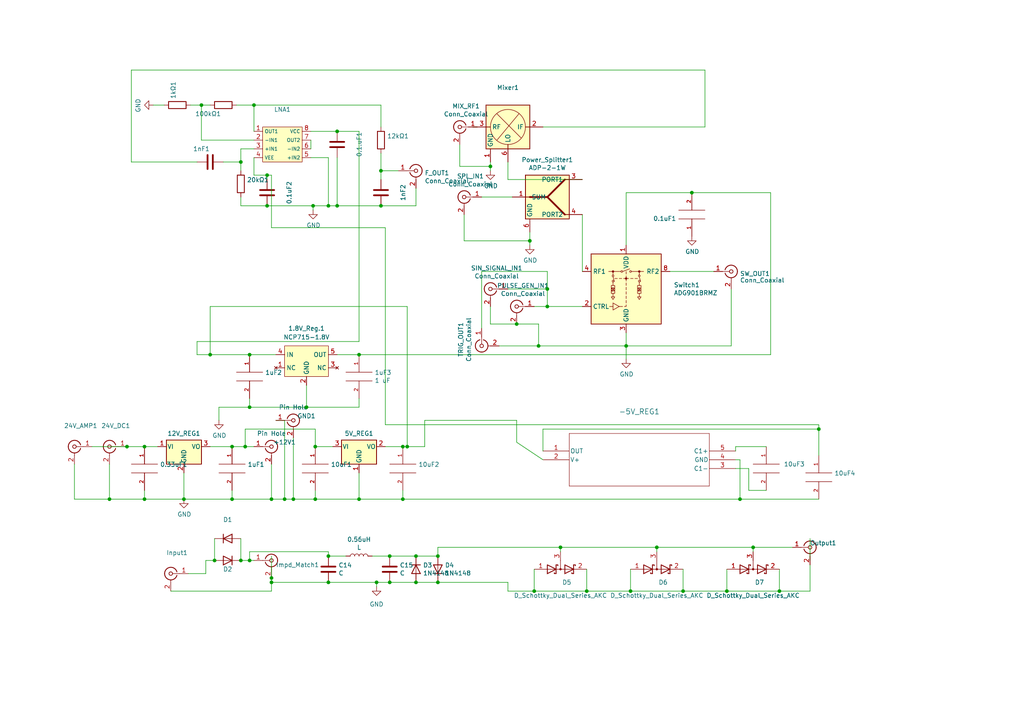
<source format=kicad_sch>
(kicad_sch (version 20230121) (generator eeschema)
  (paper "A4")
  (lib_symbols
    (symbol "2023-06-16_17-27-32:LM828M5" (pin_names (offset 0.254))
      (property "Reference" "U" (at 27.94 10.16 0))
      (property "Value" "LM828M5" (at 27.94 7.62 0))
      (symbol "LM828M5_0_1"
        (polyline (pts (xy 7.62 -10.16) (xy 48.26 -10.16)) (stroke (width 0.127)))
        (polyline (pts (xy 7.62 5.08) (xy 7.62 -10.16)) (stroke (width 0.127)))
        (polyline (pts (xy 48.26 -10.16) (xy 48.26 5.08)) (stroke (width 0.127)))
        (polyline (pts (xy 48.26 5.08) (xy 7.62 5.08)) (stroke (width 0.127)))
        (pin output line (at 0 0 0) (length 7.62) (name "OUT") (number "1"))
        (pin input line (at 0 -2.54 0) (length 7.62) (name "V+") (number "2"))
        (pin passive line (at 55.88 -5.08 180) (length 7.62) (name "C1-") (number "3"))
        (pin passive line (at 55.88 -2.54 180) (length 7.62) (name "GND") (number "4"))
        (pin passive line (at 55.88 0 180) (length 7.62) (name "C1+") (number "5"))
      )
    )
    (symbol "Connector:Conn_Coaxial" (pin_names (offset 1.016) hide)
      (property "Reference" "J" (at 0.254 3.048 0))
      (property "Value" "Conn_Coaxial" (at 2.921 0 90))
      (symbol "Conn_Coaxial_0_1"
        (arc (start -1.778 -0.508) (mid 0.222 -1.808) (end 1.778 0) (stroke (width 0.254)))
        (polyline (pts (xy -2.54 0) (xy -0.508 0)))
        (polyline (pts (xy 0 -2.54) (xy 0 -1.778)))
        (circle (center 0 0) (radius 0.508) (stroke (width 0.2032)))
        (arc (start 1.778 0) (mid 0.222 1.8083) (end -1.778 0.508) (stroke (width 0.254)))
      )
      (symbol "Conn_Coaxial_1_1"
        (pin passive line (at -5.08 0 0) (length 2.54) (name "In") (number "1"))
        (pin passive line (at 0 -5.08 90) (length 2.54) (name "Ext") (number "2"))
      )
    )
    (symbol "Device:C" (pin_numbers hide) (pin_names (offset 0.254))
      (property "Reference" "C" (at 0.635 2.54 0))
      (property "Value" "C" (at 0.635 -2.54 0))
      (symbol "C_0_1"
        (polyline (pts (xy -2.032 -0.762) (xy 2.032 -0.762)) (stroke (width 0.508)))
        (polyline (pts (xy -2.032 0.762) (xy 2.032 0.762)) (stroke (width 0.508)))
      )
      (symbol "C_1_1"
        (pin passive line (at 0 3.81 270) (length 2.794) (name "~") (number "1"))
        (pin passive line (at 0 -3.81 90) (length 2.794) (name "~") (number "2"))
      )
    )
    (symbol "Device:D_Schottky_Dual_Series_AKC" (pin_names (offset 0.762) hide)
      (property "Reference" "D" (at 1.27 -2.54 0))
      (property "Value" "D_Schottky_Dual_Series_AKC" (at 0 2.54 0))
      (symbol "D_Schottky_Dual_Series_AKC_0_1"
        (polyline (pts (xy -3.81 0) (xy 3.81 0)))
        (polyline (pts (xy 0 0) (xy 0 -2.54)))
        (polyline (pts (xy 6.35 0) (xy 7.62 0)))
        (polyline (pts (xy -1.27 -1.27) (xy -1.27 1.27) (xy -1.27 1.27)) (stroke (width 0.254)))
        (polyline (pts (xy 3.81 1.27) (xy 3.81 -1.27) (xy 3.81 -1.27)) (stroke (width 0.254)))
        (polyline (pts (xy -1.27 -1.27) (xy -0.762 -1.27) (xy -0.762 -1.016) (xy -0.762 -1.016)) (stroke (width 0.254)))
        (polyline (pts (xy 3.81 -1.27) (xy 4.318 -1.27) (xy 4.318 -1.016) (xy 4.318 -1.016)) (stroke (width 0.254)))
        (polyline (pts (xy 3.81 1.27) (xy 3.302 1.27) (xy 3.302 1.016) (xy 3.302 1.016)) (stroke (width 0.254)))
        (polyline (pts (xy -1.778 1.016) (xy -1.778 1.27) (xy -1.27 1.27) (xy -1.27 1.27) (xy -1.27 1.27)) (stroke (width 0.254)))
        (polyline (pts (xy -3.81 1.27) (xy -1.27 0) (xy -3.81 -1.27) (xy -3.81 1.27) (xy -3.81 1.27) (xy -3.81 1.27)) (stroke (width 0.254)))
        (polyline (pts (xy 1.27 1.27) (xy 3.81 0) (xy 1.27 -1.27) (xy 1.27 1.27) (xy 1.27 1.27) (xy 1.27 1.27)) (stroke (width 0.254)))
        (circle (center 0 0) (radius 0.254) (fill (type outline)))
        (pin passive line (at -7.62 0 0) (length 3.81) (name "A") (number "1"))
        (pin passive line (at 7.62 0 180) (length 3.81) (name "K") (number "2"))
        (pin passive line (at 0 -5.08 90) (length 2.54) (name "common") (number "3"))
      )
    )
    (symbol "Device:L" (pin_numbers hide) (pin_names (offset 1.016) hide)
      (property "Reference" "L" (at -1.27 0 90))
      (property "Value" "L" (at 1.905 0 90))
      (symbol "L_0_1"
        (arc (start 0 -2.54) (mid 0.6323 -1.905) (end 0 -1.27))
        (arc (start 0 -1.27) (mid 0.6323 -0.635) (end 0 0))
        (arc (start 0 0) (mid 0.6323 0.635) (end 0 1.27))
        (arc (start 0 1.27) (mid 0.6323 1.905) (end 0 2.54))
      )
      (symbol "L_1_1"
        (pin passive line (at 0 3.81 270) (length 1.27) (name "1") (number "1"))
        (pin passive line (at 0 -3.81 90) (length 1.27) (name "2") (number "2"))
      )
    )
    (symbol "Device:R" (pin_numbers hide) (pin_names (offset 0))
      (property "Reference" "R" (at 2.032 0 90))
      (property "Value" "R" (at 0 0 90))
      (symbol "R_0_1"
        (rectangle (start -1.016 -2.54) (end 1.016 2.54) (stroke (width 0.254)))
      )
      (symbol "R_1_1"
        (pin passive line (at 0 3.81 270) (length 1.27) (name "~") (number "1"))
        (pin passive line (at 0 -3.81 90) (length 1.27) (name "~") (number "2"))
      )
    )
    (symbol "Diode:1N4148" (pin_numbers hide) (pin_names hide)
      (property "Reference" "D" (at 0 2.54 0))
      (property "Value" "1N4148" (at 0 -2.54 0))
      (symbol "1N4148_0_1"
        (polyline (pts (xy -1.27 1.27) (xy -1.27 -1.27)) (stroke (width 0.254)))
        (polyline (pts (xy 1.27 0) (xy -1.27 0)))
        (polyline (pts (xy 1.27 1.27) (xy 1.27 -1.27) (xy -1.27 0) (xy 1.27 1.27)) (stroke (width 0.254)))
      )
      (symbol "1N4148_1_1"
        (pin passive line (at -3.81 0 0) (length 2.54) (name "K") (number "1"))
        (pin passive line (at 3.81 0 180) (length 2.54) (name "A") (number "2"))
      )
    )
    (symbol "GND_1" (power) (pin_names (offset 0))
      (property "Value" "GND_1" (at 0 -3.81 0))
      (symbol "GND_1_0_1"
        (polyline (pts (xy 0 0) (xy 0 -1.27) (xy 1.27 -1.27) (xy 0 -2.54) (xy -1.27 -1.27) (xy 0 -1.27)))
      )
      (symbol "GND_1_1_1"
        (pin power_in line (at 0 0 270) (length 0) hide (name "GND") (number "1"))
      )
    )
    (symbol "LM4565 Operational Amplifier:LM4565"
      (property "Reference" "U" (at 0 -6.35 0))
      (property "Value" "LM4565" (at 0 6.35 0))
      (symbol "LM4565_0_1"
        (rectangle (start -6.35 5.08) (end 5.08 -5.08) (fill (type background)))
      )
      (symbol "LM4565_1_1"
        (pin output line (at -8.89 3.81 0) (length 2.54) (name "OUT1") (number "1"))
        (pin input line (at -8.89 1.27 0) (length 2.54) (name "-IN1") (number "2"))
        (pin input line (at -8.89 -1.27 0) (length 2.54) (name "+IN1") (number "3"))
        (pin power_in line (at -8.89 -3.81 0) (length 2.54) (name "VEE") (number "4"))
        (pin input line (at 7.62 -3.81 180) (length 2.54) (name "+IN2") (number "5"))
        (pin input line (at 7.62 -1.27 180) (length 2.54) (name "-IN2") (number "6"))
        (pin output line (at 7.62 1.27 180) (length 2.54) (name "OUT2") (number "7"))
        (pin power_in line (at 7.62 3.81 180) (length 2.54) (name "VCC") (number "8"))
      )
    )
    (symbol "NCP715:NCP715-1.8V"
      (property "Reference" "U" (at -5.08 -6.35 0))
      (property "Value" "NCP715-1.8V" (at 0 7.62 0))
      (symbol "NCP715-1.8V_0_1"
        (rectangle (start -6.35 5.08) (end 6.35 -3.81) (fill (type background)))
      )
      (symbol "NCP715-1.8V_1_1"
        (pin no_connect line (at -8.89 -1.27 0) (length 2.54) (name "NC") (number "1"))
        (pin power_in line (at 0 -6.35 90) (length 2.54) (name "GND") (number "2"))
        (pin no_connect line (at 8.89 -1.27 180) (length 2.54) (name "NC") (number "3"))
        (pin power_in line (at -8.89 2.54 0) (length 2.54) (name "IN") (number "4"))
        (pin power_out line (at 8.89 2.54 180) (length 2.54) (name "OUT") (number "5"))
      )
    )
    (symbol "RF:ADP-2-1W"
      (property "Reference" "U" (at -6.35 7.62 0))
      (property "Value" "ADP-2-1W" (at 6.35 7.62 0))
      (symbol "ADP-2-1W_0_1"
        (rectangle (start -6.35 6.35) (end 6.35 -6.35) (stroke (width 0.254)) (fill (type background)))
        (polyline (pts (xy 0 0) (xy 5.08 -5.08)) (stroke (width 0.508)))
        (polyline (pts (xy -5.08 0) (xy 0 0) (xy 5.08 5.08)) (stroke (width 0.508)))
      )
      (symbol "ADP-2-1W_1_1"
        (pin passive line (at -10.16 0 0) (length 5.08) (name "SUM") (number "1"))
        (pin no_connect line (at 5.08 2.54 180) (length 5.08) hide (name "NC") (number "2"))
        (pin passive line (at 10.16 5.08 180) (length 5.08) (name "PORT1") (number "3"))
        (pin passive line (at 10.16 -5.08 180) (length 5.08) (name "PORT2") (number "4"))
        (pin no_connect line (at 5.08 -2.54 180) (length 5.08) hide (name "NC") (number "5"))
        (pin passive line (at -5.08 -10.16 90) (length 3.81) (name "GND") (number "6"))
      )
    )
    (symbol "RF_Mixer:ADE-6"
      (property "Reference" "U" (at -6.35 7.62 0))
      (property "Value" "ADE-6" (at 6.35 7.62 0))
      (symbol "ADE-6_0_1"
        (rectangle (start -6.35 6.35) (end 6.35 -6.35) (stroke (width 0.254)) (fill (type background)))
        (polyline (pts (xy -3.175 -3.81) (xy 3.175 3.81)))
        (polyline (pts (xy 3.81 -3.175) (xy -3.175 3.81)))
        (circle (center 0 0) (radius 5.08))
      )
      (symbol "ADE-6_1_1"
        (pin power_in line (at -5.08 -10.16 90) (length 3.81) (name "GND") (number "1"))
        (pin output line (at 10.16 0 180) (length 5.08) (name "IF") (number "2"))
        (pin input line (at -10.16 0 0) (length 5.08) (name "RF") (number "3"))
        (pin passive line (at -5.08 -10.16 90) (length 3.81) hide (name "GND") (number "4"))
        (pin passive line (at -5.08 -10.16 90) (length 3.81) hide (name "GND") (number "5"))
        (pin input line (at 0 -10.16 90) (length 5.08) (name "LO") (number "6"))
      )
    )
    (symbol "RF_Switch:ADG901BRMZ"
      (property "Reference" "U" (at -10.16 11.43 0))
      (property "Value" "ADG901BRMZ" (at 1.27 11.43 0))
      (symbol "ADG901BRMZ_0_0"
        (rectangle (start -10.16 10.16) (end 10.16 -10.16) (stroke (width 0.254)) (fill (type background)))
        (polyline (pts (xy -4.826 -5.08) (xy -3.81 -5.08)))
        (polyline (pts (xy -2.54 3.048) (xy -3.302 3.048)))
        (polyline (pts (xy -2.032 3.048) (xy -1.27 3.048)))
        (polyline (pts (xy -1.016 -5.08) (xy -2.032 -5.08)))
        (polyline (pts (xy 0 -3.302) (xy 0 -4.064)))
        (polyline (pts (xy 0 -2.032) (xy 0 -2.794)))
        (polyline (pts (xy 0 -0.762) (xy 0 -1.524)))
        (polyline (pts (xy 0 0.508) (xy 0 -0.254)))
        (polyline (pts (xy 0 1.778) (xy 0 1.016)))
        (polyline (pts (xy 0 3.048) (xy -0.762 3.048)))
        (polyline (pts (xy 0 3.048) (xy 0 2.286)))
        (polyline (pts (xy 0 3.048) (xy 0 3.81)))
        (polyline (pts (xy 0 3.048) (xy 0.762 3.048)))
        (polyline (pts (xy 0 4.318) (xy 0 5.08)))
        (polyline (pts (xy 1.27 3.048) (xy 2.032 3.048)))
        (polyline (pts (xy 2.54 3.048) (xy 3.302 3.048)))
        (polyline (pts (xy 0 -4.572) (xy 0 -5.08) (xy -0.508 -5.08)))
        (polyline (pts (xy -3.81 -4.064) (xy -3.81 -6.096) (xy -2.032 -5.08) (xy -3.81 -4.064)))
        (circle (center 0 3.048) (radius 0.254) (fill (type outline)))
        (text "50" (at -3.81 -0.127 900) (effects (font (size 0.635 0.635))))
        (text "50" (at 3.81 -0.127 900) (effects (font (size 0.635 0.635))))
      )
      (symbol "ADG901BRMZ_0_1"
        (rectangle (start -4.318 1.016) (end -3.302 -1.27))
        (circle (center -3.81 2.286) (radius 0.254))
        (circle (center -3.81 3.81) (radius 0.254))
        (circle (center -3.81 5.08) (radius 0.254) (fill (type outline)))
        (circle (center -1.27 5.08) (radius 0.254))
        (polyline (pts (xy -5.08 5.08) (xy -1.524 5.08)))
        (polyline (pts (xy -3.81 2.032) (xy -3.81 1.016)))
        (polyline (pts (xy -3.81 3.556) (xy -3.429 2.159)))
        (polyline (pts (xy -3.81 5.08) (xy -3.81 4.064)))
        (polyline (pts (xy -1.016 5.08) (xy 1.016 5.842)))
        (polyline (pts (xy 1.524 5.08) (xy 5.08 5.08)))
        (polyline (pts (xy 3.81 2.032) (xy 3.81 1.016)))
        (polyline (pts (xy 3.81 3.556) (xy 4.191 2.159)))
        (polyline (pts (xy 3.81 5.08) (xy 3.81 4.064)))
        (polyline (pts (xy -3.81 -1.27) (xy -3.81 -2.286) (xy -4.318 -2.286) (xy -3.81 -3.048) (xy -3.302 -2.286) (xy -3.81 -2.286)))
        (polyline (pts (xy 3.81 -1.27) (xy 3.81 -2.286) (xy 3.302 -2.286) (xy 3.81 -3.048) (xy 4.318 -2.286) (xy 3.81 -2.286)))
        (circle (center 1.27 5.08) (radius 0.254))
        (rectangle (start 3.302 1.016) (end 4.318 -1.27))
        (circle (center 3.81 2.286) (radius 0.254))
        (circle (center 3.81 3.81) (radius 0.254))
        (circle (center 3.81 5.08) (radius 0.254) (fill (type outline)))
      )
      (symbol "ADG901BRMZ_1_1"
        (pin power_in line (at 0 12.7 270) (length 2.54) (name "VDD") (number "1"))
        (pin input line (at -12.7 -5.08 0) (length 2.54) (name "CTRL") (number "2"))
        (pin power_in line (at 0 -12.7 90) (length 2.54) (name "GND") (number "3"))
        (pin passive line (at -12.7 5.08 0) (length 2.54) (name "RF1") (number "4"))
        (pin passive line (at 0 -12.7 90) (length 2.54) hide (name "GND") (number "5"))
        (pin passive line (at 0 -12.7 90) (length 2.54) hide (name "GND") (number "6"))
        (pin passive line (at 0 -12.7 90) (length 2.54) hide (name "GND") (number "7"))
        (pin passive line (at 12.7 5.08 180) (length 2.54) (name "RF2") (number "8"))
      )
    )
    (symbol "Regulator_Linear:LM7812_TO220" (pin_names (offset 0.254))
      (property "Reference" "U" (at -3.81 3.175 0))
      (property "Value" "LM7812_TO220" (at 0 3.175 0))
      (symbol "LM7812_TO220_0_1"
        (rectangle (start -5.08 1.905) (end 5.08 -5.08) (stroke (width 0.254)) (fill (type background)))
      )
      (symbol "LM7812_TO220_1_1"
        (pin power_in line (at -7.62 0 0) (length 2.54) (name "VI") (number "1"))
        (pin power_in line (at 0 -7.62 90) (length 2.54) (name "GND") (number "2"))
        (pin power_out line (at 7.62 0 180) (length 2.54) (name "VO") (number "3"))
      )
    )
    (symbol "Regulator_Linear:NCP1117-5.0_TO252" (pin_names (offset 0.254))
      (property "Reference" "U" (at -3.81 3.175 0))
      (property "Value" "NCP1117-5.0_TO252" (at 0 3.175 0))
      (symbol "NCP1117-5.0_TO252_0_1"
        (rectangle (start -5.08 1.905) (end 5.08 -5.08) (stroke (width 0.254)) (fill (type background)))
      )
      (symbol "NCP1117-5.0_TO252_1_1"
        (pin power_in line (at 0 -7.62 90) (length 2.54) (name "GND") (number "1"))
        (pin power_out line (at 7.62 0 180) (length 2.54) (name "VO") (number "2"))
        (pin power_in line (at -7.62 0 0) (length 2.54) (name "VI") (number "3"))
      )
    )
    (symbol "power:GND" (power) (pin_names (offset 0))
      (property "Value" "GND" (at 0 -3.81 0))
      (symbol "GND_0_1"
        (polyline (pts (xy 0 0) (xy 0 -1.27) (xy 1.27 -1.27) (xy 0 -2.54) (xy -1.27 -1.27) (xy 0 -1.27)))
      )
      (symbol "GND_1_1"
        (pin power_in line (at 0 0 270) (length 0) hide (name "GND") (number "1"))
      )
    )
    (symbol "pspice:C" (pin_names (offset 0.254))
      (property "Reference" "C" (at 2.54 3.81 90))
      (property "Value" "C" (at 2.54 -3.81 90))
      (symbol "C_0_1"
        (polyline (pts (xy -3.81 -1.27) (xy 3.81 -1.27)))
        (polyline (pts (xy -3.81 1.27) (xy 3.81 1.27)))
      )
      (symbol "C_1_1"
        (pin passive line (at 0 6.35 270) (length 5.08) (name "~") (number "1"))
        (pin passive line (at 0 -6.35 90) (length 5.08) (name "~") (number "2"))
      )
    )
  )
  (junction (at 190.5 158.75))
  (junction (at 182.88 171.45))
  (junction (at 170.18 171.45))
  (junction (at 72.39 102.87))
  (junction (at 88.9 118.11))
  (junction (at 71.12 129.54))
  (junction (at 73.66 30.48))
  (junction (at 91.44 144.78))
  (junction (at 127 161.29))
  (junction (at 78.74 168.91))
  (junction (at 116.84 129.54))
  (junction (at 113.03 161.29))
  (junction (at 77.47 59.69))
  (junction (at 154.94 171.45))
  (junction (at 113.03 168.91))
  (junction (at 95.25 168.91))
  (junction (at 41.91 144.78))
  (junction (at 110.49 49.53))
  (junction (at 116.84 144.78))
  (junction (at 95.25 161.29))
  (junction (at 237.49 124.46))
  (junction (at 158.75 83.82))
  (junction (at 156.21 100.33))
  (junction (at 120.65 161.29))
  (junction (at 109.22 168.91))
  (junction (at 214.63 144.78))
  (junction (at 158.75 88.9))
  (junction (at 58.42 30.48))
  (junction (at 97.79 59.69))
  (junction (at 127 168.91))
  (junction (at 60.96 102.87))
  (junction (at 91.44 129.54))
  (junction (at 110.49 59.69))
  (junction (at 90.805 59.69))
  (junction (at 118.11 129.54))
  (junction (at 82.55 144.78))
  (junction (at 226.06 171.45))
  (junction (at 77.47 50.8))
  (junction (at 200.66 55.88))
  (junction (at 67.31 129.54))
  (junction (at 210.82 171.45))
  (junction (at 53.34 144.78))
  (junction (at 104.14 144.78))
  (junction (at 78.74 167.64))
  (junction (at 69.85 46.99))
  (junction (at 162.56 158.75))
  (junction (at 120.65 168.91))
  (junction (at 153.67 69.85))
  (junction (at 95.25 59.69))
  (junction (at 62.23 162.56))
  (junction (at 36.83 129.54))
  (junction (at 142.24 48.26))
  (junction (at 218.44 158.75))
  (junction (at 67.31 144.78))
  (junction (at 97.79 38.1))
  (junction (at 31.75 144.78))
  (junction (at 69.85 162.56))
  (junction (at 198.12 171.45))
  (junction (at 149.86 93.98))
  (junction (at 181.61 100.33))
  (junction (at 85.09 144.78))
  (junction (at 78.74 144.78))
  (junction (at 104.14 102.87))
  (junction (at 72.39 118.11))
  (junction (at 72.39 162.56))
  (junction (at 41.91 129.54))
  (wire (pts (xy 153.67 69.85) (xy 153.67 71.12)))
  (wire (pts (xy 142.24 48.26) (xy 142.24 49.53)))
  (wire (pts (xy 139.7 95.25) (xy 139.7 78.74)))
  (wire (pts (xy 80.01 121.92) (xy 82.55 121.92)))
  (wire (pts (xy 82.55 144.78) (xy 85.09 144.78)))
  (wire (pts (xy 88.9 118.11) (xy 104.14 118.11)))
  (wire (pts (xy 110.49 49.53) (xy 110.49 52.07)))
  (wire (pts (xy 170.18 165.1) (xy 170.18 171.45)))
  (wire (pts (xy 67.31 129.54) (xy 71.12 129.54)))
  (wire (pts (xy 78.74 66.04) (xy 78.74 50.8)))
  (wire (pts (xy 59.69 162.56) (xy 62.23 162.56)))
  (wire (pts (xy 213.36 135.89) (xy 217.17 135.89)))
  (wire (pts (xy 58.42 30.48) (xy 55.245 30.48)))
  (wire (pts (xy 212.09 83.82) (xy 212.09 100.33)))
  (wire (pts (xy 60.96 102.87) (xy 72.39 102.87)))
  (wire (pts (xy 168.91 88.9) (xy 158.75 88.9)))
  (wire (pts (xy 97.79 38.1) (xy 104.14 38.1)))
  (wire (pts (xy 69.85 156.21) (xy 69.85 162.56)))
  (wire (pts (xy 147.32 168.91) (xy 147.32 171.45)))
  (wire (pts (xy 162.56 158.75) (xy 162.56 160.02)))
  (wire (pts (xy 69.85 162.56) (xy 72.39 162.56)))
  (wire (pts (xy 118.11 129.54) (xy 118.11 88.9)))
  (wire (pts (xy 234.95 163.83) (xy 234.95 171.45)))
  (wire (pts (xy 210.82 171.45) (xy 198.12 171.45)))
  (wire (pts (xy 72.39 102.87) (xy 80.01 102.87)))
  (wire (pts (xy 182.88 171.45) (xy 198.12 171.45)))
  (wire (pts (xy 53.34 144.78) (xy 41.91 144.78)))
  (wire (pts (xy 181.61 96.52) (xy 181.61 100.33)))
  (wire (pts (xy 60.96 30.48) (xy 58.42 30.48)))
  (wire (pts (xy 58.42 40.64) (xy 58.42 30.48)))
  (wire (pts (xy 77.47 50.8) (xy 73.66 50.8)))
  (wire (pts (xy 213.36 129.54) (xy 213.36 130.81)))
  (wire (pts (xy 72.39 115.57) (xy 72.39 118.11)))
  (wire (pts (xy 85.09 144.78) (xy 91.44 144.78)))
  (wire (pts (xy 38.1 46.99) (xy 57.15 46.99)))
  (wire (pts (xy 104.14 99.06) (xy 57.15 99.06)))
  (wire (pts (xy 158.75 78.74) (xy 158.75 83.82)))
  (wire (pts (xy 90.17 45.72) (xy 95.25 45.72)))
  (wire (pts (xy 142.24 88.9) (xy 142.24 93.98)))
  (wire (pts (xy 223.52 55.88) (xy 223.52 102.87)))
  (wire (pts (xy 218.44 158.75) (xy 218.44 160.02)))
  (wire (pts (xy 63.5 118.11) (xy 63.5 121.92)))
  (wire (pts (xy 90.805 59.69) (xy 95.25 59.69)))
  (wire (pts (xy 78.74 167.64) (xy 78.74 168.91)))
  (wire (pts (xy 133.35 48.26) (xy 142.24 48.26)))
  (wire (pts (xy 91.44 129.54) (xy 96.52 129.54)))
  (wire (pts (xy 78.74 144.78) (xy 82.55 144.78)))
  (wire (pts (xy 73.66 38.1) (xy 73.66 30.48)))
  (wire (pts (xy 156.21 100.33) (xy 181.61 100.33)))
  (wire (pts (xy 139.7 78.74) (xy 158.75 78.74)))
  (wire (pts (xy 157.48 130.81) (xy 157.48 124.46)))
  (wire (pts (xy 97.79 59.69) (xy 110.49 59.69)))
  (wire (pts (xy 162.56 158.75) (xy 127 158.75)))
  (wire (pts (xy 158.75 83.82) (xy 147.32 83.82)))
  (wire (pts (xy 73.66 40.64) (xy 58.42 40.64)))
  (wire (pts (xy 36.83 129.54) (xy 41.91 129.54)))
  (wire (pts (xy 64.77 46.99) (xy 69.85 46.99)))
  (wire (pts (xy 60.96 88.9) (xy 60.96 102.87)))
  (wire (pts (xy 72.39 160.02) (xy 95.25 160.02)))
  (wire (pts (xy 53.34 137.16) (xy 53.34 144.78)))
  (wire (pts (xy 157.48 124.46) (xy 237.49 124.46)))
  (wire (pts (xy 147.32 46.99) (xy 147.32 52.07)))
  (wire (pts (xy 237.49 124.46) (xy 237.49 132.08)))
  (wire (pts (xy 78.74 144.78) (xy 67.31 144.78)))
  (wire (pts (xy 120.65 59.69) (xy 110.49 59.69)))
  (wire (pts (xy 77.47 59.69) (xy 90.805 59.69)))
  (wire (pts (xy 73.66 43.18) (xy 69.85 43.18)))
  (wire (pts (xy 127 158.75) (xy 127 161.29)))
  (wire (pts (xy 226.06 165.1) (xy 226.06 171.45)))
  (wire (pts (xy 49.53 171.45) (xy 78.74 171.45)))
  (wire (pts (xy 156.21 93.98) (xy 156.21 100.33)))
  (wire (pts (xy 111.76 123.19) (xy 237.49 123.19)))
  (wire (pts (xy 190.5 158.75) (xy 190.5 160.02)))
  (wire (pts (xy 104.14 38.1) (xy 104.14 99.06)))
  (wire (pts (xy 82.55 121.92) (xy 82.55 144.78)))
  (wire (pts (xy 78.74 168.91) (xy 78.74 171.45)))
  (wire (pts (xy 149.86 121.92) (xy 123.19 121.92)))
  (wire (pts (xy 95.25 160.02) (xy 95.25 161.29)))
  (wire (pts (xy 223.52 102.87) (xy 104.14 102.87)))
  (wire (pts (xy 234.95 162.56) (xy 234.95 156.21)))
  (wire (pts (xy 47.625 30.48) (xy 44.45 30.48)))
  (wire (pts (xy 157.48 133.35) (xy 149.86 128.27)))
  (wire (pts (xy 111.76 66.04) (xy 78.74 66.04)))
  (wire (pts (xy 118.11 88.9) (xy 60.96 88.9)))
  (wire (pts (xy 72.39 162.56) (xy 73.66 162.56)))
  (wire (pts (xy 142.24 46.99) (xy 142.24 48.26)))
  (wire (pts (xy 59.69 166.37) (xy 59.69 162.56)))
  (wire (pts (xy 91.44 144.78) (xy 104.14 144.78)))
  (wire (pts (xy 78.74 50.8) (xy 77.47 50.8)))
  (wire (pts (xy 182.88 171.45) (xy 170.18 171.45)))
  (wire (pts (xy 118.11 129.54) (xy 123.19 129.54)))
  (wire (pts (xy 204.47 20.32) (xy 38.1 20.32)))
  (wire (pts (xy 210.82 165.1) (xy 210.82 171.45)))
  (wire (pts (xy 104.14 144.78) (xy 116.84 144.78)))
  (wire (pts (xy 157.48 36.83) (xy 204.47 36.83)))
  (wire (pts (xy 154.94 165.1) (xy 154.94 171.45)))
  (wire (pts (xy 71.12 129.54) (xy 73.66 129.54)))
  (wire (pts (xy 57.15 99.06) (xy 57.15 102.87)))
  (wire (pts (xy 91.44 144.78) (xy 91.44 142.24)))
  (wire (pts (xy 237.49 123.19) (xy 237.49 124.46)))
  (wire (pts (xy 168.91 62.23) (xy 168.91 78.74)))
  (wire (pts (xy 91.44 124.46) (xy 91.44 129.54)))
  (wire (pts (xy 72.39 118.11) (xy 88.9 118.11)))
  (wire (pts (xy 71.12 129.54) (xy 71.12 124.46)))
  (wire (pts (xy 60.96 129.54) (xy 67.31 129.54)))
  (wire (pts (xy 113.03 161.29) (xy 120.65 161.29)))
  (wire (pts (xy 116.84 142.24) (xy 116.84 144.78)))
  (wire (pts (xy 85.09 127) (xy 85.09 144.78)))
  (wire (pts (xy 113.03 168.91) (xy 120.65 168.91)))
  (wire (pts (xy 139.7 57.15) (xy 148.59 57.15)))
  (wire (pts (xy 21.59 144.78) (xy 31.75 144.78)))
  (wire (pts (xy 181.61 71.12) (xy 181.61 55.88)))
  (wire (pts (xy 134.62 69.85) (xy 153.67 69.85)))
  (wire (pts (xy 109.22 168.91) (xy 113.03 168.91)))
  (wire (pts (xy 38.1 46.99) (xy 38.1 20.32)))
  (wire (pts (xy 149.86 93.98) (xy 156.21 93.98)))
  (wire (pts (xy 210.82 171.45) (xy 226.06 171.45)))
  (wire (pts (xy 123.19 121.92) (xy 123.19 129.54)))
  (wire (pts (xy 198.12 165.1) (xy 198.12 171.45)))
  (wire (pts (xy 200.66 55.88) (xy 223.52 55.88)))
  (wire (pts (xy 214.63 144.78) (xy 237.49 144.78)))
  (wire (pts (xy 182.88 165.1) (xy 182.88 171.45)))
  (wire (pts (xy 214.63 133.35) (xy 214.63 144.78)))
  (wire (pts (xy 154.94 88.9) (xy 158.75 88.9)))
  (wire (pts (xy 111.76 129.54) (xy 116.84 129.54)))
  (wire (pts (xy 69.85 43.18) (xy 69.85 46.99)))
  (wire (pts (xy 21.59 134.62) (xy 21.59 144.78)))
  (wire (pts (xy 78.74 134.62) (xy 78.74 144.78)))
  (wire (pts (xy 229.87 158.75) (xy 218.44 158.75)))
  (wire (pts (xy 67.31 142.24) (xy 67.31 144.78)))
  (wire (pts (xy 68.58 30.48) (xy 73.66 30.48)))
  (wire (pts (xy 234.95 171.45) (xy 226.06 171.45)))
  (wire (pts (xy 222.25 142.24) (xy 217.17 142.24)))
  (wire (pts (xy 116.84 144.78) (xy 214.63 144.78)))
  (wire (pts (xy 97.79 45.72) (xy 97.79 59.69)))
  (wire (pts (xy 120.65 161.29) (xy 127 161.29)))
  (wire (pts (xy 95.25 59.69) (xy 97.79 59.69)))
  (wire (pts (xy 69.85 46.99) (xy 69.85 49.53)))
  (wire (pts (xy 181.61 100.33) (xy 181.61 104.14)))
  (wire (pts (xy 153.67 67.31) (xy 153.67 69.85)))
  (wire (pts (xy 127 168.91) (xy 147.32 168.91)))
  (wire (pts (xy 97.79 102.87) (xy 104.14 102.87)))
  (wire (pts (xy 67.31 144.78) (xy 53.34 144.78)))
  (wire (pts (xy 142.24 93.98) (xy 149.86 93.98)))
  (wire (pts (xy 190.5 158.75) (xy 162.56 158.75)))
  (wire (pts (xy 218.44 158.75) (xy 190.5 158.75)))
  (wire (pts (xy 158.75 88.9) (xy 158.75 83.82)))
  (wire (pts (xy 26.67 129.54) (xy 36.83 129.54)))
  (wire (pts (xy 57.15 102.87) (xy 60.96 102.87)))
  (wire (pts (xy 110.49 49.53) (xy 115.57 49.53)))
  (wire (pts (xy 138.43 36.83) (xy 137.16 36.83)))
  (wire (pts (xy 71.12 124.46) (xy 91.44 124.46)))
  (wire (pts (xy 120.65 54.61) (xy 120.65 59.69)))
  (wire (pts (xy 73.66 50.8) (xy 73.66 45.72)))
  (wire (pts (xy 144.78 100.33) (xy 156.21 100.33)))
  (wire (pts (xy 95.25 45.72) (xy 95.25 59.69)))
  (wire (pts (xy 154.94 171.45) (xy 147.32 171.45)))
  (wire (pts (xy 95.25 168.91) (xy 109.22 168.91)))
  (wire (pts (xy 194.31 78.74) (xy 207.01 78.74)))
  (wire (pts (xy 107.95 161.29) (xy 113.03 161.29)))
  (wire (pts (xy 120.65 168.91) (xy 127 168.91)))
  (wire (pts (xy 100.33 161.29) (xy 95.25 161.29)))
  (wire (pts (xy 90.17 38.1) (xy 97.79 38.1)))
  (wire (pts (xy 90.17 40.64) (xy 90.17 43.18)))
  (wire (pts (xy 204.47 36.83) (xy 204.47 20.32)))
  (wire (pts (xy 170.18 171.45) (xy 154.94 171.45)))
  (wire (pts (xy 63.5 118.11) (xy 72.39 118.11)))
  (wire (pts (xy 54.61 166.37) (xy 59.69 166.37)))
  (wire (pts (xy 217.17 135.89) (xy 217.17 142.24)))
  (wire (pts (xy 78.74 161.29) (xy 78.74 167.64)))
  (wire (pts (xy 69.85 57.15) (xy 69.85 59.69)))
  (wire (pts (xy 134.62 62.23) (xy 134.62 69.85)))
  (wire (pts (xy 222.25 129.54) (xy 213.36 129.54)))
  (wire (pts (xy 110.49 36.83) (xy 110.49 30.48)))
  (wire (pts (xy 72.39 162.56) (xy 72.39 160.02)))
  (wire (pts (xy 110.49 44.45) (xy 110.49 49.53)))
  (wire (pts (xy 213.36 133.35) (xy 214.63 133.35)))
  (wire (pts (xy 77.47 50.8) (xy 77.47 52.07)))
  (wire (pts (xy 104.14 118.11) (xy 104.14 115.57)))
  (wire (pts (xy 69.85 59.69) (xy 77.47 59.69)))
  (wire (pts (xy 149.86 128.27) (xy 149.86 121.92)))
  (wire (pts (xy 41.91 129.54) (xy 45.72 129.54)))
  (wire (pts (xy 111.76 123.19) (xy 111.76 66.04)))
  (wire (pts (xy 62.23 156.21) (xy 62.23 162.56)))
  (wire (pts (xy 31.75 134.62) (xy 31.75 144.78)))
  (wire (pts (xy 41.91 142.24) (xy 41.91 144.78)))
  (wire (pts (xy 116.84 129.54) (xy 118.11 129.54)))
  (wire (pts (xy 95.25 168.91) (xy 78.74 168.91)))
  (wire (pts (xy 181.61 55.88) (xy 200.66 55.88)))
  (wire (pts (xy 109.22 168.91) (xy 109.22 170.18)))
  (wire (pts (xy 88.9 111.76) (xy 88.9 118.11)))
  (wire (pts (xy 147.32 52.07) (xy 168.91 52.07)))
  (wire (pts (xy 104.14 137.16) (xy 104.14 144.78)))
  (wire (pts (xy 90.805 60.96) (xy 90.805 59.69)))
  (wire (pts (xy 133.35 41.91) (xy 133.35 48.26)))
  (wire (pts (xy 110.49 30.48) (xy 73.66 30.48)))
  (wire (pts (xy 31.75 144.78) (xy 41.91 144.78)))
  (wire (pts (xy 212.09 100.33) (xy 181.61 100.33)))
  (symbol (lib_id "pspice:C") (at 222.25 135.89 0) (unit 1)
    (property "Reference" "10uF3" (at 227.33 134.62 0) (effects (justify left)))
    (property "Value" "10 uF" (effects hide))
    (property "Footprint" "Capacitor_SMD:C_1206_3216Metric" (effects hide))
  )
  (symbol (lib_id "Diode:1N4148") (at 120.65 165.1 270) (unit 1)
    (property "Reference" "D3" (at 122.682 163.9316 90) (effects (justify left)))
    (property "Value" "1N4148" (at 122.682 166.243 90) (effects (justify left)))
    (property "Footprint" "Diode_THT:D_DO-35_SOD27_P7.62mm_Horizontal" (effects hide))
    (property "Datasheet" "https://assets.nexperia.com/documents/data-sheet/1N4148_1N4448.pdf" (effects hide))
  )
  (symbol (lib_id "Device:R") (at 64.77 30.48 90) (unit 1)
    (property "Reference" "100kΩ1" (at 64.135 33.02 90) (effects (justify left)))
    (property "Value" "R" (effects hide))
    (property "Footprint" "Resistor_SMD:R_1206_3216Metric" (effects hide))
  )
  (symbol (lib_id "Device:D_Schottky_Dual_Series_AKC") (at 190.5 165.1 0) (mirror x) (unit 1)
    (property "Reference" "D6" (at 192.3415 168.91 0))
    (property "Value" "D_Schottky_Dual_Series_AKC" (at 190.5 172.72 0))
    (property "Footprint" "Package_TO_SOT_SMD:TSOT-23_HandSoldering" (effects hide))
  )
  (symbol (lib_id "Connector:Conn_Coaxial") (at 234.95 158.75 0) (unit 1)
    (property "Reference" "Output1" (at 238.76 157.48 0))
    (property "Value" "Conn_Coaxial" (effects hide))
    (property "Footprint" "Connector_Coaxial:SMA_Amphenol_132291_Vertical" (effects hide))
    (property "Datasheet" " ~" (effects hide))
  )
  (symbol (lib_id "power:GND") (at 63.5 121.92 0) (unit 1)
    (property "Reference" "#PWR0106" (effects hide))
    (property "Value" "GND" (at 63.627 126.3142 0))
  )
  (symbol (lib_id "Device:D_Schottky_Dual_Series_AKC") (at 218.44 165.1 0) (mirror x) (unit 1)
    (property "Reference" "D7" (at 220.2815 168.91 0))
    (property "Value" "D_Schottky_Dual_Series_AKC" (at 218.44 172.72 0))
    (property "Footprint" "Package_TO_SOT_SMD:TSOT-23_HandSoldering" (effects hide))
  )
  (symbol (lib_id "pspice:C") (at 41.91 135.89 0) (unit 1)
    (property "Reference" "0.33uF1" (at 46.4312 134.7216 0) (effects (justify left)))
    (property "Value" "0.33 uF" (effects hide))
    (property "Footprint" "Capacitor_SMD:C_1206_3216Metric" (effects hide))
  )
  (symbol (lib_id "Regulator_Linear:LM7812_TO220") (at 53.34 129.54 0) (unit 1)
    (property "Reference" "12V_REG1" (at 53.34 125.73 0))
    (property "Value" "LM7812_TO220" (effects hide))
    (property "Footprint" "Package_TO_SOT_SMD:TO-263-3_TabPin2" (effects hide))
    (property "Datasheet" "https://www.onsemi.cn/PowerSolutions/document/MC7800-D.PDF" (effects hide))
  )
  (symbol (lib_id "Connector:Conn_Coaxial") (at 134.62 57.15 0) (mirror y) (unit 1)
    (property "Reference" "SPL_IN1" (at 136.4488 51.1048 0))
    (property "Value" "Conn_Coaxial" (at 136.4488 53.4162 0))
    (property "Footprint" "Connector_Coaxial:SMA_Samtec_SMA-J-P-X-ST-EM1_EdgeMount" (effects hide))
    (property "Datasheet" " ~" (effects hide))
  )
  (symbol (lib_id "Device:C") (at 110.49 55.88 180) (unit 1)
    (property "Reference" "1nF2" (at 116.8908 55.88 90))
    (property "Value" "C" (effects hide))
    (property "Footprint" "Capacitor_SMD:C_1206_3216Metric" (effects hide))
  )
  (symbol (lib_id "power:GND") (at 200.66 68.58 0) (unit 1)
    (property "Reference" "#PWR0102" (effects hide))
    (property "Value" "GND" (at 200.787 72.9742 0))
  )
  (symbol (lib_id "power:GND") (at 44.45 30.48 270) (unit 1)
    (property "Reference" "#PWR0101" (effects hide))
    (property "Value" "GND" (at 40.0558 30.607 0))
  )
  (symbol (lib_id "RF_Mixer:ADE-6") (at 147.32 36.83 0) (unit 1)
    (property "Reference" "Mixer1" (at 147.32 25.4 0))
    (property "Value" "ADE-6" (effects hide))
    (property "Footprint" "RF_Mini-Circuits:Mini-Circuits_CD542_LandPatternPL-052" (effects hide))
    (property "Datasheet" "https://www.minicircuits.com/pdfs/ADE-6.pdf" (effects hide))
  )
  (symbol (lib_id "Device:R") (at 51.435 30.48 90) (unit 1)
    (property "Reference" "1kΩ1" (at 50.2666 28.702 0) (effects (justify left)))
    (property "Value" "R" (effects hide))
    (property "Footprint" "Resistor_SMD:R_1206_3216Metric" (effects hide))
  )
  (symbol (lib_id "LM4565 Operational Amplifier:LM4565") (at 82.55 41.91 0) (unit 1)
    (property "Reference" "LNA1" (at 81.915 31.75 0))
    (property "Value" "LM4565" (effects hide))
    (property "Footprint" "Package_SO:TSSOP-8_4.4x3mm_P0.65mm" (effects hide))
  )
  (symbol (lib_id "Connector:Conn_Coaxial") (at 212.09 78.74 0) (unit 1)
    (property "Reference" "SW_OUT1" (at 214.63 79.375 0) (effects (justify left)))
    (property "Value" "Conn_Coaxial" (at 214.63 81.28 0) (effects (justify left)))
    (property "Footprint" "Connector_Coaxial:SMA_Amphenol_132291_Vertical" (effects hide))
    (property "Datasheet" " ~" (effects hide))
  )
  (symbol (lib_id "Device:C") (at 113.03 165.1 0) (unit 1)
    (property "Reference" "C15" (at 115.951 163.9316 0) (effects (justify left)))
    (property "Value" "C" (at 115.951 166.243 0) (effects (justify left)))
    (property "Footprint" "Capacitor_SMD:C_1210_3225Metric_Pad1.33x2.70mm_HandSolder" (effects hide))
  )
  (symbol (lib_id "RF_Switch:ADG901BRMZ") (at 181.61 83.82 0) (unit 1)
    (property "Reference" "Switch1" (at 195.4276 82.6516 0) (effects (justify left)))
    (property "Value" "ADG901BRMZ" (at 195.4276 84.963 0) (effects (justify left)))
    (property "Footprint" "Package_SO:MSOP-8_3x3mm_P0.65mm" (effects hide))
    (property "Datasheet" "https://www.analog.com/media/en/technical-documentation/data-sheets/ADG901_902.pdf" (effects hide))
  )
  (symbol (lib_id "power:GND") (at 53.34 144.78 0) (unit 1)
    (property "Reference" "#PWR01" (effects hide))
    (property "Value" "GND" (at 53.467 149.1742 0))
  )
  (symbol (lib_id "power:GND") (at 181.61 104.14 0) (unit 1)
    (property "Reference" "#PWR0105" (effects hide))
    (property "Value" "GND" (at 181.737 108.5342 0))
  )
  (symbol (lib_id "Connector:Conn_Coaxial") (at 142.24 83.82 0) (mirror y) (unit 1)
    (property "Reference" "SIN_SIGNAL_IN1" (at 144.0688 77.7748 0))
    (property "Value" "Conn_Coaxial" (at 144.0688 80.0862 0))
    (property "Footprint" "Connector_Coaxial:SMA_Samtec_SMA-J-P-X-ST-EM1_EdgeMount" (effects hide))
    (property "Datasheet" " ~" (effects hide))
  )
  (symbol (lib_id "Diode:1N4148") (at 66.04 156.21 0) (unit 1)
    (property "Reference" "D1" (at 66.04 150.7236 0))
    (property "Value" "1N4148" (effects hide))
    (property "Footprint" "Diode_THT:D_DO-35_SOD27_P7.62mm_Horizontal" (effects hide))
    (property "Datasheet" "https://assets.nexperia.com/documents/data-sheet/1N4148_1N4448.pdf" (effects hide))
  )
  (symbol (lib_id "Connector:Conn_Coaxial") (at 133.35 36.83 0) (mirror y) (unit 1)
    (property "Reference" "MIX_RF1" (at 135.1788 30.7848 0))
    (property "Value" "Conn_Coaxial" (at 135.1788 33.0962 0))
    (property "Footprint" "Connector_Coaxial:SMA_Amphenol_132291_Vertical" (effects hide))
    (property "Datasheet" " ~" (effects hide))
  )
  (symbol (lib_id "RF:ADP-2-1W") (at 158.75 57.15 0) (unit 1)
    (property "Reference" "Power_Splitter1" (at 158.75 46.355 0))
    (property "Value" "ADP-2-1W" (at 158.75 48.6664 0))
    (property "Footprint" "RF_Mini-Circuits:Mini-Circuits_CD636_LandPatternPL-035" (effects hide))
    (property "Datasheet" "https://www.minicircuits.com/pdfs/ADP-2-1W.pdf" (effects hide))
  )
  (symbol (lib_id "Device:C") (at 60.96 46.99 270) (unit 1)
    (property "Reference" "1nF1" (at 58.42 43.18 90))
    (property "Value" "C" (effects hide))
    (property "Footprint" "Capacitor_SMD:C_1206_3216Metric" (effects hide))
  )
  (symbol (lib_id "Device:C") (at 77.47 55.88 180) (unit 1)
    (property "Reference" "0.1uF2" (at 83.8708 55.88 90))
    (property "Value" "0.1uF" (effects hide))
    (property "Footprint" "Capacitor_SMD:C_1206_3216Metric" (effects hide))
  )
  (symbol (lib_id "Device:C") (at 97.79 41.91 180) (unit 1)
    (property "Reference" "0.1.uF1" (at 104.1908 41.91 90))
    (property "Value" "0.1uF" (effects hide))
    (property "Footprint" "Capacitor_SMD:C_1206_3216Metric" (effects hide))
  )
  (symbol (lib_id "Connector:Conn_Coaxial") (at 120.65 49.53 0) (unit 1)
    (property "Reference" "F_OUT1" (at 123.19 50.165 0) (effects (justify left)))
    (property "Value" "Conn_Coaxial" (at 123.19 52.4764 0) (effects (justify left)))
    (property "Footprint" "Connector_Coaxial:SMA_Samtec_SMA-J-P-X-ST-EM1_EdgeMount" (effects hide))
    (property "Datasheet" " ~" (effects hide))
  )
  (symbol (lib_id "Connector:Conn_Coaxial") (at 78.74 129.54 0) (unit 1)
    (property "Reference" "+12V1" (at 82.55 128.27 0))
    (property "Value" "Pin Hole" (at 78.74 125.73 0))
    (property "Footprint" "Connector_Pin:Pin_D1.0mm_L10.0mm_LooseFit" (effects hide))
    (property "Datasheet" " ~" (effects hide))
  )
  (symbol (lib_id "Connector:Conn_Coaxial") (at 149.86 88.9 0) (mirror y) (unit 1)
    (property "Reference" "PULSE_GEN_IN1" (at 151.6888 82.8548 0))
    (property "Value" "Conn_Coaxial" (at 151.6888 85.1662 0))
    (property "Footprint" "Connector_Coaxial:SMA_Samtec_SMA-J-P-X-ST-EM1_EdgeMount" (effects hide))
    (property "Datasheet" " ~" (effects hide))
  )
  (symbol (lib_id "NCP715:NCP715-1.8V") (at 88.9 105.41 0) (unit 1)
    (property "Reference" "1.8V_Reg.1" (at 88.9 95.25 0))
    (property "Value" "NCP715-1.8V" (at 88.9 97.79 0))
    (property "Footprint" "Package_TO_SOT_SMD:SOT-353_SC-70-5" (effects hide))
  )
  (symbol (lib_id "pspice:C") (at 116.84 135.89 0) (unit 1)
    (property "Reference" "10uF2" (at 121.3612 134.7216 0) (effects (justify left)))
    (property "Value" "10 uF" (effects hide))
    (property "Footprint" "Capacitor_SMD:C_1206_3216Metric" (effects hide))
  )
  (symbol (lib_id "Device:C") (at 95.25 165.1 0) (unit 1)
    (property "Reference" "C14" (at 98.171 163.9316 0) (effects (justify left)))
    (property "Value" "C" (at 98.171 166.243 0) (effects (justify left)))
    (property "Footprint" "Capacitor_SMD:C_1210_3225Metric_Pad1.33x2.70mm_HandSolder" (effects hide))
  )
  (symbol (lib_name "GND_1") (lib_id "power:GND") (at 109.22 170.18 0) (unit 1)
    (property "Reference" "#PWR02" (effects hide))
    (property "Value" "GND" (at 109.22 175.26 0))
  )
  (symbol (lib_id "power:GND") (at 153.67 71.12 0) (unit 1)
    (property "Reference" "#PWR0104" (effects hide))
    (property "Value" "GND" (at 153.797 75.5142 0))
  )
  (symbol (lib_id "Connector:Conn_Coaxial") (at 49.53 166.37 0) (mirror y) (unit 1)
    (property "Reference" "Input1" (at 51.3588 160.3248 0))
    (property "Value" "Conn_Coaxial" (effects hide))
    (property "Footprint" "Connector_Coaxial:SMA_Amphenol_132291_Vertical" (effects hide))
    (property "Datasheet" " ~" (effects hide))
  )
  (symbol (lib_id "power:GND") (at 90.805 60.96 0) (unit 1)
    (property "Reference" "#PWR0107" (effects hide))
    (property "Value" "GND" (at 90.932 65.3542 0))
  )
  (symbol (lib_id "pspice:C") (at 91.44 135.89 0) (unit 1)
    (property "Reference" "10uF1" (at 95.9612 134.7216 0) (effects (justify left)))
    (property "Value" "10 uF" (effects hide))
    (property "Footprint" "Capacitor_SMD:C_1206_3216Metric_Pad1.33x1.80mm_HandSolder" (effects hide))
  )
  (symbol (lib_id "Connector:Conn_Coaxial") (at 78.74 162.56 0) (unit 1)
    (property "Reference" "Impd_Match1" (at 80.01 163.83 0) (effects (justify left)))
    (property "Value" "Conn_Coaxial" (effects hide))
    (property "Footprint" "Connector_Coaxial:SMA_Amphenol_132134_Vertical" (effects hide))
    (property "Datasheet" " ~" (effects hide))
  )
  (symbol (lib_id "pspice:C") (at 200.66 62.23 180) (unit 1)
    (property "Reference" "0.1uF1" (at 196.1388 63.3984 0) (effects (justify left)))
    (property "Value" "0.1 uF" (effects hide))
    (property "Footprint" "Capacitor_SMD:C_1206_3216Metric" (effects hide))
  )
  (symbol (lib_id "pspice:C") (at 237.49 138.43 0) (unit 1)
    (property "Reference" "10uF4" (at 242.0112 137.2616 0) (effects (justify left)))
    (property "Value" "10 uF" (effects hide))
    (property "Footprint" "Capacitor_SMD:C_1206_3216Metric" (effects hide))
  )
  (symbol (lib_id "Device:R") (at 69.85 53.34 0) (unit 1)
    (property "Reference" "20kΩ1" (at 71.628 52.1716 0) (effects (justify left)))
    (property "Value" "R" (effects hide))
    (property "Footprint" "Resistor_SMD:R_1206_3216Metric" (effects hide))
  )
  (symbol (lib_id "pspice:C") (at 104.14 109.22 0) (unit 1)
    (property "Reference" "1uF3" (at 108.6612 108.0516 0) (effects (justify left)))
    (property "Value" "1 uF" (at 108.6612 110.363 0) (effects (justify left)))
    (property "Footprint" "Capacitor_SMD:C_1206_3216Metric" (effects hide))
  )
  (symbol (lib_id "pspice:C") (at 67.31 135.89 0) (unit 1)
    (property "Reference" "1uF1" (at 71.8312 134.7216 0) (effects (justify left)))
    (property "Value" "1 uF" (effects hide))
    (property "Footprint" "Capacitor_SMD:C_1206_3216Metric" (effects hide))
  )
  (symbol (lib_id "Connector:Conn_Coaxial") (at 21.59 129.54 0) (mirror y) (unit 1)
    (property "Reference" "24V_AMP1" (at 23.4188 123.4948 0))
    (property "Value" "Conn_Coaxial" (effects hide))
    (property "Footprint" "Connector_Coaxial:SMA_Amphenol_132291_Vertical" (effects hide))
    (property "Datasheet" " ~" (effects hide))
  )
  (symbol (lib_id "power:GND") (at 142.24 49.53 0) (unit 1)
    (property "Reference" "#PWR0103" (effects hide))
    (property "Value" "GND" (at 142.367 53.9242 0))
  )
  (symbol (lib_id "Connector:Conn_Coaxial") (at 85.09 121.92 0) (unit 1)
    (property "Reference" "GND1" (at 88.9 120.65 0))
    (property "Value" "Pin Hole" (at 85.09 118.11 0))
    (property "Footprint" "Connector_Pin:Pin_D1.0mm_L10.0mm_LooseFit" (effects hide))
    (property "Datasheet" " ~" (effects hide))
  )
  (symbol (lib_id "Diode:1N4148") (at 66.04 162.56 180) (unit 1)
    (property "Reference" "D2" (at 66.04 165.1 0))
    (property "Value" "1N4148" (effects hide))
    (property "Footprint" "Diode_THT:D_DO-35_SOD27_P7.62mm_Horizontal" (effects hide))
    (property "Datasheet" "https://assets.nexperia.com/documents/data-sheet/1N4148_1N4448.pdf" (effects hide))
  )
  (symbol (lib_id "Regulator_Linear:NCP1117-5.0_TO252") (at 104.14 129.54 0) (unit 1)
    (property "Reference" "5V_REG1" (at 104.14 125.73 0))
    (property "Value" "NCP1117-5.0_TO252" (effects hide))
    (property "Footprint" "Package_TO_SOT_SMD:TO-252-2" (effects hide))
    (property "Datasheet" "http://www.onsemi.com/pub_link/Collateral/NCP1117-D.PDF" (effects hide))
  )
  (symbol (lib_id "Device:D_Schottky_Dual_Series_AKC") (at 162.56 165.1 0) (mirror x) (unit 1)
    (property "Reference" "D5" (at 164.4015 168.91 0))
    (property "Value" "D_Schottky_Dual_Series_AKC" (at 162.56 172.72 0))
    (property "Footprint" "Package_TO_SOT_SMD:TSOT-23_HandSoldering" (effects hide))
  )
  (symbol (lib_id "pspice:C") (at 72.39 109.22 0) (unit 1)
    (property "Reference" "1uF2" (at 76.9112 108.0516 0) (effects (justify left)))
    (property "Value" "1 uF" (effects hide))
    (property "Footprint" "Capacitor_SMD:C_1206_3216Metric" (effects hide))
  )
  (symbol (lib_id "Device:L") (at 104.14 161.29 90) (unit 1)
    (property "Reference" "0.56uH" (at 104.14 156.464 90))
    (property "Value" "L" (at 104.14 158.7754 90))
    (property "Footprint" "Inductor_THT:L_Axial_L5.3mm_D2.2mm_P7.62mm_Horizontal_Vishay_IM-1" (effects hide))
  )
  (symbol (lib_id "Diode:1N4148") (at 127 165.1 90) (unit 1)
    (property "Reference" "D4" (at 129.032 163.9316 90) (effects (justify right)))
    (property "Value" "1N4148" (at 129.032 166.243 90) (effects (justify right)))
    (property "Footprint" "Diode_THT:D_DO-35_SOD27_P7.62mm_Horizontal" (effects hide))
    (property "Datasheet" "https://assets.nexperia.com/documents/data-sheet/1N4148_1N4448.pdf" (effects hide))
  )
  (symbol (lib_id "Connector:Conn_Coaxial") (at 31.75 129.54 0) (mirror y) (unit 1)
    (property "Reference" "24V_DC1" (at 33.5788 123.4948 0))
    (property "Value" "Conn_Coaxial" (effects hide))
    (property "Footprint" "Connector_Coaxial:SMA_Samtec_SMA-J-P-X-ST-EM1_EdgeMount" (effects hide))
    (property "Datasheet" " ~" (effects hide))
  )
  (symbol (lib_id "Device:R") (at 110.49 40.64 0) (unit 1)
    (property "Reference" "12kΩ1" (at 112.268 39.4716 0) (effects (justify left)))
    (property "Value" "R" (effects hide))
    (property "Footprint" "Resistor_SMD:R_1206_3216Metric" (effects hide))
  )
  (symbol (lib_id "Connector:Conn_Coaxial") (at 139.7 100.33 90) (mirror x) (unit 1)
    (property "Reference" "TRIG_OUT1" (at 133.6548 98.5012 0))
    (property "Value" "Conn_Coaxial" (at 135.9662 98.5012 0))
    (property "Footprint" "Connector_Coaxial:SMA_Samtec_SMA-J-P-X-ST-EM1_EdgeMount" (effects hide))
    (property "Datasheet" " ~" (effects hide))
  )
  (symbol (lib_id "2023-06-16_17-27-32:LM828M5") (at 157.48 130.81 0) (unit 1)
    (property "Reference" "-5V_REG1" (at 185.42 119.38 0) (effects (font (size 1.524 1.524))))
    (property "Value" "LM828M5" (effects hide))
    (property "Footprint" "Library:MF05A" (effects hide))
    (property "Datasheet" "LM828M5" (effects hide))
  )
)
</source>
